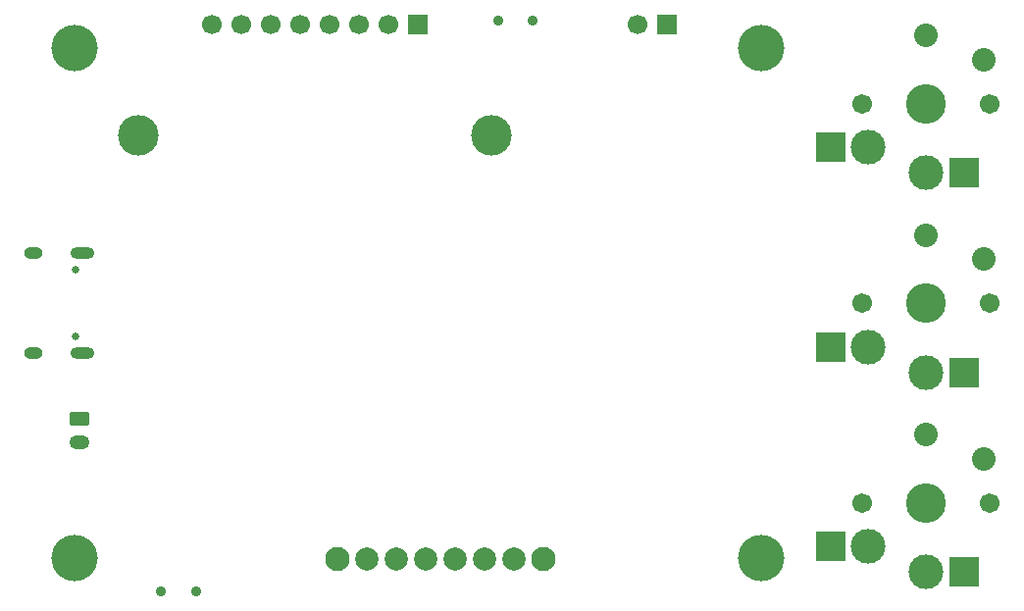
<source format=gbr>
%TF.GenerationSoftware,KiCad,Pcbnew,9.0.6*%
%TF.CreationDate,2025-12-14T01:17:05-08:00*%
%TF.ProjectId,base-station,62617365-2d73-4746-9174-696f6e2e6b69,rev?*%
%TF.SameCoordinates,Original*%
%TF.FileFunction,Soldermask,Bot*%
%TF.FilePolarity,Negative*%
%FSLAX46Y46*%
G04 Gerber Fmt 4.6, Leading zero omitted, Abs format (unit mm)*
G04 Created by KiCad (PCBNEW 9.0.6) date 2025-12-14 01:17:05*
%MOMM*%
%LPD*%
G01*
G04 APERTURE LIST*
G04 Aperture macros list*
%AMRoundRect*
0 Rectangle with rounded corners*
0 $1 Rounding radius*
0 $2 $3 $4 $5 $6 $7 $8 $9 X,Y pos of 4 corners*
0 Add a 4 corners polygon primitive as box body*
4,1,4,$2,$3,$4,$5,$6,$7,$8,$9,$2,$3,0*
0 Add four circle primitives for the rounded corners*
1,1,$1+$1,$2,$3*
1,1,$1+$1,$4,$5*
1,1,$1+$1,$6,$7*
1,1,$1+$1,$8,$9*
0 Add four rect primitives between the rounded corners*
20,1,$1+$1,$2,$3,$4,$5,0*
20,1,$1+$1,$4,$5,$6,$7,0*
20,1,$1+$1,$6,$7,$8,$9,0*
20,1,$1+$1,$8,$9,$2,$3,0*%
G04 Aperture macros list end*
%ADD10C,3.500000*%
%ADD11C,0.900000*%
%ADD12RoundRect,0.250000X-0.625000X0.350000X-0.625000X-0.350000X0.625000X-0.350000X0.625000X0.350000X0*%
%ADD13O,1.750000X1.200000*%
%ADD14C,4.000000*%
%ADD15C,1.701800*%
%ADD16C,3.000000*%
%ADD17C,3.429000*%
%ADD18R,2.600000X2.600000*%
%ADD19C,2.032000*%
%ADD20C,0.650000*%
%ADD21O,2.100000X1.000000*%
%ADD22O,1.600000X1.000000*%
%ADD23R,1.700000X1.700000*%
%ADD24C,1.700000*%
%ADD25C,2.100000*%
%ADD26C,2.000000*%
G04 APERTURE END LIST*
D10*
%TO.C,H1*%
X44750000Y-62500000D03*
%TD*%
D11*
%TO.C,SW3*%
X46700000Y-101855000D03*
X49700000Y-101855000D03*
%TD*%
D12*
%TO.C,J4*%
X39650000Y-87000000D03*
D13*
X39650000Y-89000000D03*
%TD*%
D14*
%TO.C,H5*%
X39200000Y-55000000D03*
%TD*%
%TO.C,H6*%
X39200000Y-99000000D03*
%TD*%
D10*
%TO.C,H2*%
X75250000Y-62500000D03*
%TD*%
D15*
%TO.C,SW5*%
X118250000Y-94250000D03*
D16*
X112750000Y-100200000D03*
D17*
X112750000Y-94250000D03*
D16*
X107750000Y-98000000D03*
D15*
X107250000Y-94250000D03*
D18*
X116025000Y-100200000D03*
D19*
X112750000Y-88350000D03*
X117750000Y-90450000D03*
D18*
X104475000Y-98000000D03*
%TD*%
D20*
%TO.C,J2*%
X39355000Y-74110000D03*
X39355000Y-79890000D03*
D21*
X39885000Y-72680000D03*
D22*
X35705000Y-72680000D03*
D21*
X39885000Y-81320000D03*
D22*
X35705000Y-81320000D03*
%TD*%
D23*
%TO.C,J3*%
X68900000Y-52900000D03*
D24*
X66360000Y-52900000D03*
X63820000Y-52900000D03*
X61280000Y-52900000D03*
X58740000Y-52900000D03*
X56200000Y-52900000D03*
X53660000Y-52900000D03*
X51120000Y-52900000D03*
%TD*%
D23*
%TO.C,J5*%
X90375000Y-52900000D03*
D24*
X87835000Y-52900000D03*
%TD*%
D14*
%TO.C,H3*%
X98500000Y-55000000D03*
%TD*%
D15*
%TO.C,SW6*%
X118250000Y-59750000D03*
D16*
X112750000Y-65700000D03*
D17*
X112750000Y-59750000D03*
D16*
X107750000Y-63500000D03*
D15*
X107250000Y-59750000D03*
D18*
X116025000Y-65700000D03*
D19*
X112750000Y-53850000D03*
X117750000Y-55950000D03*
D18*
X104475000Y-63500000D03*
%TD*%
D14*
%TO.C,H4*%
X98500000Y-99000000D03*
%TD*%
D15*
%TO.C,SW4*%
X118250000Y-77000000D03*
D16*
X112750000Y-82950000D03*
D17*
X112750000Y-77000000D03*
D16*
X107750000Y-80750000D03*
D15*
X107250000Y-77000000D03*
D18*
X116025000Y-82950000D03*
D19*
X112750000Y-71100000D03*
X117750000Y-73200000D03*
D18*
X104475000Y-80750000D03*
%TD*%
D11*
%TO.C,SW2*%
X78800000Y-52570000D03*
X75800000Y-52570000D03*
%TD*%
D25*
%TO.C,H7*%
X61920000Y-99055000D03*
%TD*%
D26*
%TO.C,J1*%
X77160000Y-99055000D03*
X74620000Y-99055000D03*
X72080000Y-99055000D03*
X69540000Y-99055000D03*
X67000000Y-99055000D03*
X64460000Y-99055000D03*
%TD*%
D25*
%TO.C,H8*%
X79700000Y-99055000D03*
%TD*%
M02*

</source>
